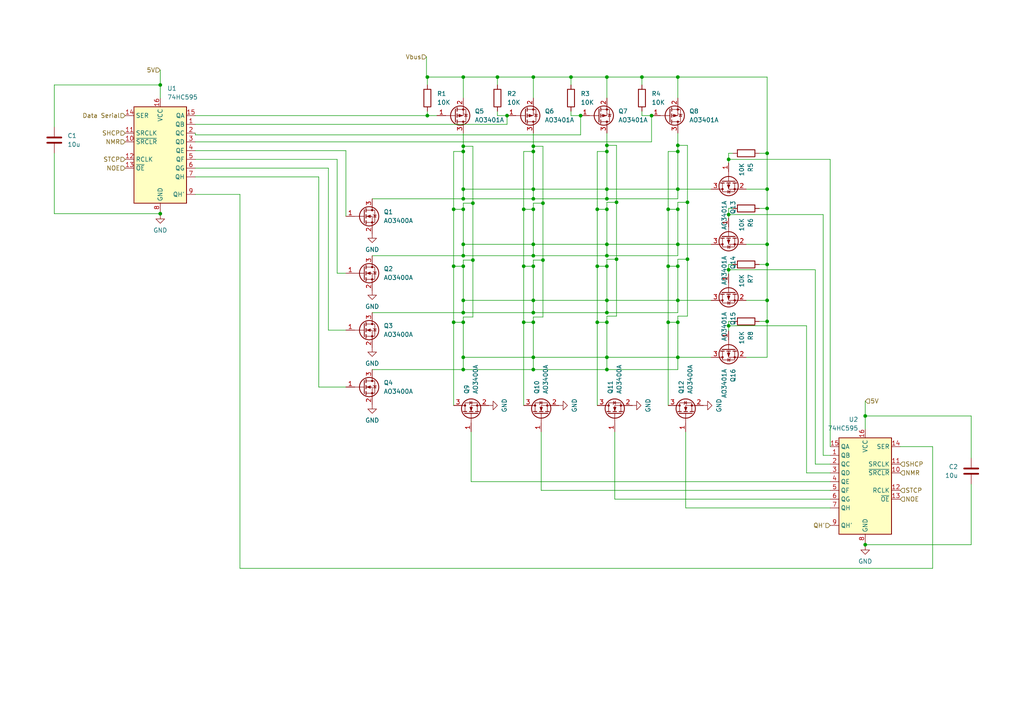
<source format=kicad_sch>
(kicad_sch (version 20211123) (generator eeschema)
  (paper "A4")
  (lib_symbols
    (symbol "74xx:74HC595"
      (property "Reference" "U" (at -7.62 13.97 0))
      (property "Value" "74HC595" (at -7.62 -16.51 0))
      (symbol "74HC595_1_0"
        (pin tri_state line (at 10.16 7.62 180) (length 2.54) (name "QB") (number "1"))
        (pin input line (at -10.16 2.54 0) (length 2.54) (name "~{SRCLR}") (number "10"))
        (pin input line (at -10.16 5.08 0) (length 2.54) (name "SRCLK") (number "11"))
        (pin input line (at -10.16 -2.54 0) (length 2.54) (name "RCLK") (number "12"))
        (pin input line (at -10.16 -5.08 0) (length 2.54) (name "~{OE}") (number "13"))
        (pin input line (at -10.16 10.16 0) (length 2.54) (name "SER") (number "14"))
        (pin tri_state line (at 10.16 10.16 180) (length 2.54) (name "QA") (number "15"))
        (pin power_in line (at 0 15.24 270) (length 2.54) (name "VCC") (number "16"))
        (pin tri_state line (at 10.16 5.08 180) (length 2.54) (name "QC") (number "2"))
        (pin tri_state line (at 10.16 2.54 180) (length 2.54) (name "QD") (number "3"))
        (pin tri_state line (at 10.16 0 180) (length 2.54) (name "QE") (number "4"))
        (pin tri_state line (at 10.16 -2.54 180) (length 2.54) (name "QF") (number "5"))
        (pin tri_state line (at 10.16 -5.08 180) (length 2.54) (name "QG") (number "6"))
        (pin tri_state line (at 10.16 -7.62 180) (length 2.54) (name "QH") (number "7"))
        (pin power_in line (at 0 -17.78 90) (length 2.54) (name "GND") (number "8"))
        (pin output line (at 10.16 -12.7 180) (length 2.54) (name "QH'") (number "9"))
      )
      (symbol "74HC595_1_1"
        (rectangle (start -7.62 12.7) (end 7.62 -15.24) (stroke (width 0.254)) (fill (type background)))
      )
    )
    (symbol "Device:C" (pin_numbers hide) (pin_names (offset 0.254))
      (property "Reference" "C" (at 0.635 2.54 0))
      (property "Value" "C" (at 0.635 -2.54 0))
      (symbol "C_0_1"
        (polyline (pts (xy -2.032 -0.762) (xy 2.032 -0.762)) (stroke (width 0.508)))
        (polyline (pts (xy -2.032 0.762) (xy 2.032 0.762)) (stroke (width 0.508)))
      )
      (symbol "C_1_1"
        (pin passive line (at 0 3.81 270) (length 2.794) (name "~") (number "1"))
        (pin passive line (at 0 -3.81 90) (length 2.794) (name "~") (number "2"))
      )
    )
    (symbol "Device:R" (pin_numbers hide) (pin_names (offset 0))
      (property "Reference" "R" (at 2.032 0 90))
      (property "Value" "R" (at 0 0 90))
      (symbol "R_0_1"
        (rectangle (start -1.016 -2.54) (end 1.016 2.54) (stroke (width 0.254)))
      )
      (symbol "R_1_1"
        (pin passive line (at 0 3.81 270) (length 1.27) (name "~") (number "1"))
        (pin passive line (at 0 -3.81 90) (length 1.27) (name "~") (number "2"))
      )
    )
    (symbol "Transistor_FET:AO3400A" (pin_names hide)
      (property "Reference" "Q" (at 5.08 1.905 0))
      (property "Value" "AO3400A" (at 5.08 0 0))
      (symbol "AO3400A_0_1"
        (polyline (pts (xy 0.254 0) (xy -2.54 0)))
        (polyline (pts (xy 0.254 1.905) (xy 0.254 -1.905)) (stroke (width 0.254)))
        (polyline (pts (xy 0.762 -1.27) (xy 0.762 -2.286)) (stroke (width 0.254)))
        (polyline (pts (xy 0.762 0.508) (xy 0.762 -0.508)) (stroke (width 0.254)))
        (polyline (pts (xy 0.762 2.286) (xy 0.762 1.27)) (stroke (width 0.254)))
        (polyline (pts (xy 2.54 2.54) (xy 2.54 1.778)))
        (polyline (pts (xy 2.54 -2.54) (xy 2.54 0) (xy 0.762 0)))
        (polyline (pts (xy 0.762 -1.778) (xy 3.302 -1.778) (xy 3.302 1.778) (xy 0.762 1.778)))
        (polyline (pts (xy 1.016 0) (xy 2.032 0.381) (xy 2.032 -0.381) (xy 1.016 0)) (fill (type outline)))
        (polyline (pts (xy 2.794 0.508) (xy 2.921 0.381) (xy 3.683 0.381) (xy 3.81 0.254)))
        (polyline (pts (xy 3.302 0.381) (xy 2.921 -0.254) (xy 3.683 -0.254) (xy 3.302 0.381)))
        (circle (center 1.651 0) (radius 2.794) (stroke (width 0.254)))
        (circle (center 2.54 -1.778) (radius 0.254) (fill (type outline)))
        (circle (center 2.54 1.778) (radius 0.254) (fill (type outline)))
      )
      (symbol "AO3400A_1_1"
        (pin input line (at -5.08 0 0) (length 2.54) (name "G") (number "1"))
        (pin passive line (at 2.54 -5.08 90) (length 2.54) (name "S") (number "2"))
        (pin passive line (at 2.54 5.08 270) (length 2.54) (name "D") (number "3"))
      )
    )
    (symbol "Transistor_FET:AO3401A" (pin_names hide)
      (property "Reference" "Q" (at 5.08 1.905 0))
      (property "Value" "AO3401A" (at 5.08 0 0))
      (symbol "AO3401A_0_1"
        (polyline (pts (xy 0.254 0) (xy -2.54 0)))
        (polyline (pts (xy 0.254 1.905) (xy 0.254 -1.905)) (stroke (width 0.254)))
        (polyline (pts (xy 0.762 -1.27) (xy 0.762 -2.286)) (stroke (width 0.254)))
        (polyline (pts (xy 0.762 0.508) (xy 0.762 -0.508)) (stroke (width 0.254)))
        (polyline (pts (xy 0.762 2.286) (xy 0.762 1.27)) (stroke (width 0.254)))
        (polyline (pts (xy 2.54 2.54) (xy 2.54 1.778)))
        (polyline (pts (xy 2.54 -2.54) (xy 2.54 0) (xy 0.762 0)))
        (polyline (pts (xy 0.762 1.778) (xy 3.302 1.778) (xy 3.302 -1.778) (xy 0.762 -1.778)))
        (polyline (pts (xy 2.286 0) (xy 1.27 0.381) (xy 1.27 -0.381) (xy 2.286 0)) (fill (type outline)))
        (polyline (pts (xy 2.794 -0.508) (xy 2.921 -0.381) (xy 3.683 -0.381) (xy 3.81 -0.254)))
        (polyline (pts (xy 3.302 -0.381) (xy 2.921 0.254) (xy 3.683 0.254) (xy 3.302 -0.381)))
        (circle (center 1.651 0) (radius 2.794) (stroke (width 0.254)))
        (circle (center 2.54 -1.778) (radius 0.254) (fill (type outline)))
        (circle (center 2.54 1.778) (radius 0.254) (fill (type outline)))
      )
      (symbol "AO3401A_1_1"
        (pin input line (at -5.08 0 0) (length 2.54) (name "G") (number "1"))
        (pin passive line (at 2.54 -5.08 90) (length 2.54) (name "S") (number "2"))
        (pin passive line (at 2.54 5.08 270) (length 2.54) (name "D") (number "3"))
      )
    )
    (symbol "power:GND" (power) (pin_names (offset 0))
      (property "Value" "GND" (at 0 -3.81 0))
      (symbol "GND_0_1"
        (polyline (pts (xy 0 0) (xy 0 -1.27) (xy 1.27 -1.27) (xy 0 -2.54) (xy -1.27 -1.27) (xy 0 -1.27)))
      )
      (symbol "GND_1_1"
        (pin power_in line (at 0 0 270) (length 0) hide (name "GND") (number "1"))
      )
    )
  )
  (junction (at 154.686 90.678))
  (junction (at 211.328 62.23))
  (junction (at 196.596 87.122))
  (junction (at 211.328 46.228))
  (junction (at 131.572 93.472))
  (junction (at 123.952 33.528))
  (junction (at 186.182 22.352))
  (junction (at 154.686 77.216))
  (junction (at 176.022 22.352))
  (junction (at 154.686 70.866))
  (junction (at 196.596 43.942))
  (junction (at 134.366 42.418))
  (junction (at 144.272 22.352))
  (junction (at 134.366 57.658))
  (junction (at 176.022 77.216))
  (junction (at 154.686 74.168))
  (junction (at 134.366 93.472))
  (junction (at 176.022 60.706))
  (junction (at 250.952 157.988))
  (junction (at 176.022 90.678))
  (junction (at 151.892 77.216))
  (junction (at 154.686 43.942))
  (junction (at 131.572 77.216))
  (junction (at 222.504 87.122))
  (junction (at 134.366 107.188))
  (junction (at 178.816 75.184))
  (junction (at 211.328 94.488))
  (junction (at 134.366 54.864))
  (junction (at 222.504 76.708))
  (junction (at 196.596 103.632))
  (junction (at 131.572 60.706))
  (junction (at 222.504 44.45))
  (junction (at 176.022 107.188))
  (junction (at 154.686 60.706))
  (junction (at 176.022 42.164))
  (junction (at 193.802 60.706))
  (junction (at 188.976 33.528))
  (junction (at 134.366 43.942))
  (junction (at 173.228 77.216))
  (junction (at 193.802 93.472))
  (junction (at 176.022 70.866))
  (junction (at 176.022 87.122))
  (junction (at 176.022 54.864))
  (junction (at 250.952 120.65))
  (junction (at 173.228 60.706))
  (junction (at 176.022 57.658))
  (junction (at 222.504 70.866))
  (junction (at 137.16 75.438))
  (junction (at 134.366 87.122))
  (junction (at 154.686 42.418))
  (junction (at 46.482 61.976))
  (junction (at 168.402 33.528))
  (junction (at 151.892 93.472))
  (junction (at 134.366 103.632))
  (junction (at 157.48 58.928))
  (junction (at 222.504 54.864))
  (junction (at 173.228 93.472))
  (junction (at 154.686 87.122))
  (junction (at 154.686 22.352))
  (junction (at 123.952 22.352))
  (junction (at 196.596 42.164))
  (junction (at 157.48 75.438))
  (junction (at 199.39 75.184))
  (junction (at 134.366 77.216))
  (junction (at 196.596 22.352))
  (junction (at 176.022 43.942))
  (junction (at 154.686 54.864))
  (junction (at 178.816 58.674))
  (junction (at 134.366 90.678))
  (junction (at 151.892 60.706))
  (junction (at 196.596 54.864))
  (junction (at 46.482 24.638))
  (junction (at 165.608 22.352))
  (junction (at 154.686 57.658))
  (junction (at 134.366 74.168))
  (junction (at 222.504 93.218))
  (junction (at 134.366 22.352))
  (junction (at 137.16 58.928))
  (junction (at 154.686 103.632))
  (junction (at 154.686 93.472))
  (junction (at 222.504 60.452))
  (junction (at 176.022 103.632))
  (junction (at 196.596 93.472))
  (junction (at 211.328 78.232))
  (junction (at 154.686 107.188))
  (junction (at 147.066 33.528))
  (junction (at 196.596 60.706))
  (junction (at 134.366 60.706))
  (junction (at 193.802 77.216))
  (junction (at 196.596 70.866))
  (junction (at 196.596 77.216))
  (junction (at 199.39 58.674))
  (junction (at 176.022 93.472))
  (junction (at 176.022 74.168))
  (junction (at 134.366 70.866))
  (wire (pts (xy 196.596 43.942) (xy 196.596 54.864)))
  (wire (pts (xy 211.328 76.708) (xy 211.328 78.232)))
  (wire (pts (xy 196.596 91.694) (xy 196.596 93.472)))
  (wire (pts (xy 15.748 36.83) (xy 15.748 24.638)))
  (wire (pts (xy 186.182 32.258) (xy 186.182 33.528)))
  (wire (pts (xy 178.816 75.184) (xy 178.816 58.674)))
  (wire (pts (xy 186.182 33.528) (xy 188.976 33.528)))
  (wire (pts (xy 56.642 39.116) (xy 56.642 38.608)))
  (wire (pts (xy 154.686 70.866) (xy 154.686 74.168)))
  (wire (pts (xy 222.504 87.122) (xy 222.504 93.218)))
  (wire (pts (xy 222.504 44.45) (xy 220.218 44.45)))
  (wire (pts (xy 222.504 44.45) (xy 222.504 54.864)))
  (wire (pts (xy 56.642 43.688) (xy 100.33 43.688)))
  (wire (pts (xy 134.366 75.438) (xy 134.366 77.216)))
  (wire (pts (xy 199.39 91.694) (xy 196.596 91.694)))
  (wire (pts (xy 134.366 22.352) (xy 134.366 28.448)))
  (wire (pts (xy 107.95 57.658) (xy 134.366 57.658)))
  (wire (pts (xy 46.482 20.32) (xy 46.482 24.638)))
  (wire (pts (xy 240.792 46.228) (xy 240.792 129.54)))
  (wire (pts (xy 193.802 117.602) (xy 193.802 93.472)))
  (wire (pts (xy 137.16 75.438) (xy 134.366 75.438)))
  (wire (pts (xy 250.952 120.65) (xy 250.952 124.46)))
  (wire (pts (xy 193.802 93.472) (xy 196.596 93.472)))
  (wire (pts (xy 134.366 77.216) (xy 134.366 87.122)))
  (wire (pts (xy 222.504 76.708) (xy 222.504 87.122)))
  (wire (pts (xy 196.596 70.866) (xy 206.248 70.866)))
  (wire (pts (xy 211.328 44.45) (xy 211.328 46.228)))
  (wire (pts (xy 240.792 132.08) (xy 238.76 132.08)))
  (wire (pts (xy 196.596 42.164) (xy 196.596 43.942)))
  (wire (pts (xy 176.022 42.164) (xy 176.022 43.942)))
  (wire (pts (xy 176.022 93.472) (xy 176.022 103.632)))
  (wire (pts (xy 211.328 46.228) (xy 240.792 46.228)))
  (wire (pts (xy 123.952 22.352) (xy 134.366 22.352)))
  (wire (pts (xy 165.608 22.352) (xy 165.608 24.638)))
  (wire (pts (xy 157.48 91.948) (xy 157.48 75.438)))
  (wire (pts (xy 240.792 139.7) (xy 136.652 139.7)))
  (wire (pts (xy 178.816 42.164) (xy 176.022 42.164)))
  (wire (pts (xy 240.792 134.62) (xy 236.474 134.62)))
  (wire (pts (xy 144.272 22.352) (xy 154.686 22.352)))
  (wire (pts (xy 154.686 87.122) (xy 176.022 87.122)))
  (wire (pts (xy 123.698 22.352) (xy 123.952 22.352)))
  (wire (pts (xy 156.972 125.222) (xy 156.972 142.24)))
  (wire (pts (xy 211.328 94.488) (xy 211.328 96.012)))
  (wire (pts (xy 123.952 33.528) (xy 126.746 33.528)))
  (wire (pts (xy 193.802 77.216) (xy 196.596 77.216)))
  (wire (pts (xy 199.39 75.184) (xy 199.39 58.674)))
  (wire (pts (xy 211.328 46.228) (xy 211.328 47.244)))
  (wire (pts (xy 107.95 107.188) (xy 134.366 107.188)))
  (wire (pts (xy 56.642 51.308) (xy 92.456 51.308)))
  (wire (pts (xy 134.366 22.352) (xy 144.272 22.352)))
  (wire (pts (xy 176.022 107.188) (xy 196.596 107.188)))
  (wire (pts (xy 56.642 36.068) (xy 147.066 36.068)))
  (wire (pts (xy 222.504 70.866) (xy 216.408 70.866)))
  (wire (pts (xy 123.952 32.258) (xy 123.952 33.528)))
  (wire (pts (xy 233.934 94.488) (xy 211.328 94.488)))
  (wire (pts (xy 173.228 93.472) (xy 173.228 77.216)))
  (wire (pts (xy 56.642 33.528) (xy 123.952 33.528)))
  (wire (pts (xy 123.698 16.51) (xy 123.698 22.352)))
  (wire (pts (xy 137.16 91.948) (xy 137.16 75.438)))
  (wire (pts (xy 212.598 60.452) (xy 211.328 60.452)))
  (wire (pts (xy 154.686 74.168) (xy 176.022 74.168)))
  (wire (pts (xy 222.504 76.708) (xy 220.218 76.708)))
  (wire (pts (xy 56.642 56.388) (xy 69.596 56.388)))
  (wire (pts (xy 69.596 56.388) (xy 69.596 164.846)))
  (wire (pts (xy 134.366 70.866) (xy 154.686 70.866)))
  (wire (pts (xy 173.228 77.216) (xy 176.022 77.216)))
  (wire (pts (xy 211.328 78.232) (xy 211.328 79.502)))
  (wire (pts (xy 198.882 147.32) (xy 198.882 125.222)))
  (wire (pts (xy 173.228 117.602) (xy 173.228 93.472)))
  (wire (pts (xy 233.934 137.16) (xy 233.934 94.488)))
  (wire (pts (xy 199.39 58.674) (xy 196.596 58.674)))
  (wire (pts (xy 211.328 93.218) (xy 211.328 94.488)))
  (wire (pts (xy 154.686 87.122) (xy 154.686 90.678)))
  (wire (pts (xy 134.366 70.866) (xy 134.366 74.168)))
  (wire (pts (xy 196.596 54.864) (xy 206.248 54.864)))
  (wire (pts (xy 193.802 43.942) (xy 196.596 43.942)))
  (wire (pts (xy 151.892 60.706) (xy 151.892 43.942)))
  (wire (pts (xy 56.642 39.116) (xy 168.402 39.116)))
  (wire (pts (xy 157.48 58.928) (xy 154.686 58.928)))
  (wire (pts (xy 123.952 22.352) (xy 123.952 24.638)))
  (wire (pts (xy 134.366 57.658) (xy 154.686 57.658)))
  (wire (pts (xy 134.366 91.948) (xy 134.366 93.472)))
  (wire (pts (xy 199.39 91.694) (xy 199.39 75.184)))
  (wire (pts (xy 196.596 70.866) (xy 196.596 74.168)))
  (wire (pts (xy 134.366 38.608) (xy 134.366 42.418)))
  (wire (pts (xy 176.022 58.674) (xy 176.022 60.706)))
  (wire (pts (xy 222.504 93.218) (xy 222.504 103.632)))
  (wire (pts (xy 154.686 22.352) (xy 165.608 22.352)))
  (wire (pts (xy 281.686 140.462) (xy 281.686 157.988)))
  (wire (pts (xy 154.686 91.948) (xy 154.686 93.472)))
  (wire (pts (xy 178.816 75.184) (xy 176.022 75.184)))
  (wire (pts (xy 193.802 60.706) (xy 193.802 43.942)))
  (wire (pts (xy 134.366 43.942) (xy 134.366 54.864)))
  (wire (pts (xy 134.366 107.188) (xy 154.686 107.188)))
  (wire (pts (xy 134.366 54.864) (xy 134.366 57.658)))
  (wire (pts (xy 154.686 103.632) (xy 176.022 103.632)))
  (wire (pts (xy 193.802 60.706) (xy 196.596 60.706)))
  (wire (pts (xy 212.598 93.218) (xy 211.328 93.218)))
  (wire (pts (xy 188.976 41.148) (xy 56.642 41.148)))
  (wire (pts (xy 157.48 58.928) (xy 157.48 42.418)))
  (wire (pts (xy 131.572 77.216) (xy 131.572 60.706)))
  (wire (pts (xy 250.952 157.988) (xy 250.952 158.242)))
  (wire (pts (xy 211.328 60.452) (xy 211.328 62.23)))
  (wire (pts (xy 151.892 77.216) (xy 151.892 60.706)))
  (wire (pts (xy 188.976 33.528) (xy 188.976 41.148)))
  (wire (pts (xy 212.598 44.45) (xy 211.328 44.45)))
  (wire (pts (xy 134.366 74.168) (xy 154.686 74.168)))
  (wire (pts (xy 222.504 103.632) (xy 216.408 103.632)))
  (wire (pts (xy 222.504 60.452) (xy 220.218 60.452)))
  (wire (pts (xy 196.596 22.352) (xy 222.504 22.352)))
  (wire (pts (xy 176.022 54.864) (xy 176.022 57.658)))
  (wire (pts (xy 46.482 24.638) (xy 46.482 28.448)))
  (wire (pts (xy 178.816 91.694) (xy 178.816 75.184)))
  (wire (pts (xy 151.892 93.472) (xy 151.892 77.216)))
  (wire (pts (xy 176.022 70.866) (xy 196.596 70.866)))
  (wire (pts (xy 176.022 54.864) (xy 196.596 54.864)))
  (wire (pts (xy 151.892 60.706) (xy 154.686 60.706)))
  (wire (pts (xy 131.572 93.472) (xy 131.572 77.216)))
  (wire (pts (xy 176.022 74.168) (xy 196.596 74.168)))
  (wire (pts (xy 92.456 112.268) (xy 100.33 112.268)))
  (wire (pts (xy 134.366 42.418) (xy 134.366 43.942)))
  (wire (pts (xy 56.642 46.228) (xy 97.79 46.228)))
  (wire (pts (xy 196.596 54.864) (xy 196.596 57.658)))
  (wire (pts (xy 199.39 75.184) (xy 196.596 75.184)))
  (wire (pts (xy 107.95 90.678) (xy 134.366 90.678)))
  (wire (pts (xy 240.792 137.16) (xy 233.934 137.16)))
  (wire (pts (xy 240.792 142.24) (xy 156.972 142.24)))
  (wire (pts (xy 193.802 77.216) (xy 193.802 60.706)))
  (wire (pts (xy 236.474 78.232) (xy 211.328 78.232)))
  (wire (pts (xy 151.892 117.602) (xy 151.892 93.472)))
  (wire (pts (xy 176.022 77.216) (xy 176.022 87.122)))
  (wire (pts (xy 222.504 60.452) (xy 222.504 70.866)))
  (wire (pts (xy 196.596 87.122) (xy 196.596 90.678)))
  (wire (pts (xy 173.228 43.942) (xy 176.022 43.942)))
  (wire (pts (xy 134.366 54.864) (xy 154.686 54.864)))
  (wire (pts (xy 176.022 60.706) (xy 176.022 70.866)))
  (wire (pts (xy 157.48 91.948) (xy 154.686 91.948)))
  (wire (pts (xy 186.182 22.352) (xy 196.596 22.352)))
  (wire (pts (xy 154.686 90.678) (xy 176.022 90.678)))
  (wire (pts (xy 137.16 58.928) (xy 137.16 42.418)))
  (wire (pts (xy 222.504 87.122) (xy 216.408 87.122)))
  (wire (pts (xy 151.892 43.942) (xy 154.686 43.942)))
  (wire (pts (xy 154.686 42.418) (xy 154.686 43.942)))
  (wire (pts (xy 97.79 46.228) (xy 97.79 79.248)))
  (wire (pts (xy 196.596 93.472) (xy 196.596 103.632)))
  (wire (pts (xy 154.686 75.438) (xy 154.686 77.216)))
  (wire (pts (xy 173.228 77.216) (xy 173.228 60.706)))
  (wire (pts (xy 131.572 77.216) (xy 134.366 77.216)))
  (wire (pts (xy 176.022 87.122) (xy 176.022 90.678)))
  (wire (pts (xy 173.228 60.706) (xy 176.022 60.706)))
  (wire (pts (xy 154.686 22.352) (xy 154.686 28.448)))
  (wire (pts (xy 196.596 22.352) (xy 196.596 28.448)))
  (wire (pts (xy 196.596 75.184) (xy 196.596 77.216)))
  (wire (pts (xy 196.596 103.632) (xy 206.248 103.632)))
  (wire (pts (xy 173.228 93.472) (xy 176.022 93.472)))
  (wire (pts (xy 281.686 157.988) (xy 250.952 157.988)))
  (wire (pts (xy 196.596 77.216) (xy 196.596 87.122)))
  (wire (pts (xy 131.572 43.942) (xy 134.366 43.942)))
  (wire (pts (xy 154.686 58.928) (xy 154.686 60.706)))
  (wire (pts (xy 165.608 32.258) (xy 165.608 33.528)))
  (wire (pts (xy 165.608 33.528) (xy 168.402 33.528)))
  (wire (pts (xy 144.272 33.528) (xy 147.066 33.528)))
  (wire (pts (xy 46.482 61.976) (xy 46.482 62.23)))
  (wire (pts (xy 100.33 95.758) (xy 95.25 95.758)))
  (wire (pts (xy 154.686 54.864) (xy 176.022 54.864)))
  (wire (pts (xy 173.228 60.706) (xy 173.228 43.942)))
  (wire (pts (xy 136.652 139.7) (xy 136.652 125.222)))
  (wire (pts (xy 196.596 87.122) (xy 206.248 87.122)))
  (wire (pts (xy 165.608 22.352) (xy 176.022 22.352)))
  (wire (pts (xy 154.686 60.706) (xy 154.686 70.866)))
  (wire (pts (xy 137.16 91.948) (xy 134.366 91.948)))
  (wire (pts (xy 222.504 93.218) (xy 220.218 93.218)))
  (wire (pts (xy 176.022 57.658) (xy 196.596 57.658)))
  (wire (pts (xy 131.572 60.706) (xy 131.572 43.942)))
  (wire (pts (xy 222.504 22.352) (xy 222.504 44.45)))
  (wire (pts (xy 168.402 33.528) (xy 168.402 39.116)))
  (wire (pts (xy 134.366 87.122) (xy 154.686 87.122)))
  (wire (pts (xy 92.456 51.308) (xy 92.456 112.268)))
  (wire (pts (xy 144.272 32.258) (xy 144.272 33.528)))
  (wire (pts (xy 95.25 95.758) (xy 95.25 48.768)))
  (wire (pts (xy 176.022 103.632) (xy 176.022 107.188)))
  (wire (pts (xy 154.686 103.632) (xy 154.686 107.188)))
  (wire (pts (xy 176.022 75.184) (xy 176.022 77.216)))
  (wire (pts (xy 186.182 22.352) (xy 186.182 24.638)))
  (wire (pts (xy 147.066 36.068) (xy 147.066 33.528)))
  (wire (pts (xy 151.892 77.216) (xy 154.686 77.216)))
  (wire (pts (xy 240.792 147.32) (xy 198.882 147.32)))
  (wire (pts (xy 178.308 144.78) (xy 178.308 125.222)))
  (wire (pts (xy 193.802 93.472) (xy 193.802 77.216)))
  (wire (pts (xy 151.892 93.472) (xy 154.686 93.472)))
  (wire (pts (xy 196.596 58.674) (xy 196.596 60.706)))
  (wire (pts (xy 176.022 38.608) (xy 176.022 42.164)))
  (wire (pts (xy 196.596 60.706) (xy 196.596 70.866)))
  (wire (pts (xy 238.76 132.08) (xy 238.76 62.23)))
  (wire (pts (xy 250.952 157.48) (xy 250.952 157.988)))
  (wire (pts (xy 134.366 87.122) (xy 134.366 90.678)))
  (wire (pts (xy 261.112 129.54) (xy 270.51 129.54)))
  (wire (pts (xy 154.686 57.658) (xy 176.022 57.658)))
  (wire (pts (xy 176.022 22.352) (xy 176.022 28.448)))
  (wire (pts (xy 222.504 70.866) (xy 222.504 76.708)))
  (wire (pts (xy 178.816 58.674) (xy 178.816 42.164)))
  (wire (pts (xy 176.022 70.866) (xy 176.022 74.168)))
  (wire (pts (xy 281.686 120.65) (xy 250.952 120.65)))
  (wire (pts (xy 176.022 43.942) (xy 176.022 54.864)))
  (wire (pts (xy 15.748 24.638) (xy 46.482 24.638)))
  (wire (pts (xy 157.48 75.438) (xy 157.48 58.928)))
  (wire (pts (xy 222.504 54.864) (xy 222.504 60.452)))
  (wire (pts (xy 134.366 93.472) (xy 134.366 103.632)))
  (wire (pts (xy 212.598 76.708) (xy 211.328 76.708)))
  (wire (pts (xy 134.366 58.928) (xy 134.366 60.706)))
  (wire (pts (xy 176.022 22.352) (xy 186.182 22.352)))
  (wire (pts (xy 196.596 103.632) (xy 196.596 107.188)))
  (wire (pts (xy 154.686 43.942) (xy 154.686 54.864)))
  (wire (pts (xy 107.95 74.168) (xy 134.366 74.168)))
  (wire (pts (xy 154.686 38.608) (xy 154.686 42.418)))
  (wire (pts (xy 281.686 132.842) (xy 281.686 120.65)))
  (wire (pts (xy 137.16 58.928) (xy 134.366 58.928)))
  (wire (pts (xy 134.366 60.706) (xy 134.366 70.866)))
  (wire (pts (xy 154.686 77.216) (xy 154.686 87.122)))
  (wire (pts (xy 176.022 103.632) (xy 196.596 103.632)))
  (wire (pts (xy 178.816 91.694) (xy 176.022 91.694)))
  (wire (pts (xy 69.596 164.846) (xy 270.51 164.846)))
  (wire (pts (xy 157.48 75.438) (xy 154.686 75.438)))
  (wire (pts (xy 131.572 60.706) (xy 134.366 60.706)))
  (wire (pts (xy 154.686 107.188) (xy 176.022 107.188)))
  (wire (pts (xy 176.022 91.694) (xy 176.022 93.472)))
  (wire (pts (xy 270.51 129.54) (xy 270.51 164.846)))
  (wire (pts (xy 46.482 61.468) (xy 46.482 61.976)))
  (wire (pts (xy 95.25 48.768) (xy 56.642 48.768)))
  (wire (pts (xy 154.686 54.864) (xy 154.686 57.658)))
  (wire (pts (xy 222.504 54.864) (xy 216.408 54.864)))
  (wire (pts (xy 100.33 43.688) (xy 100.33 62.738)))
  (wire (pts (xy 131.572 117.602) (xy 131.572 93.472)))
  (wire (pts (xy 199.39 58.674) (xy 199.39 42.164)))
  (wire (pts (xy 134.366 90.678) (xy 154.686 90.678)))
  (wire (pts (xy 240.792 144.78) (xy 178.308 144.78)))
  (wire (pts (xy 134.366 103.632) (xy 134.366 107.188)))
  (wire (pts (xy 250.952 116.332) (xy 250.952 120.65)))
  (wire (pts (xy 238.76 62.23) (xy 211.328 62.23)))
  (wire (pts (xy 97.79 79.248) (xy 100.33 79.248)))
  (wire (pts (xy 15.748 44.45) (xy 15.748 61.976)))
  (wire (pts (xy 196.596 38.608) (xy 196.596 42.164)))
  (wire (pts (xy 211.328 62.23) (xy 211.328 63.246)))
  (wire (pts (xy 134.366 103.632) (xy 154.686 103.632)))
  (wire (pts (xy 137.16 75.438) (xy 137.16 58.928)))
  (wire (pts (xy 199.39 42.164) (xy 196.596 42.164)))
  (wire (pts (xy 176.022 90.678) (xy 196.596 90.678)))
  (wire (pts (xy 154.686 93.472) (xy 154.686 103.632)))
  (wire (pts (xy 15.748 61.976) (xy 46.482 61.976)))
  (wire (pts (xy 144.272 22.352) (xy 144.272 24.638)))
  (wire (pts (xy 154.686 70.866) (xy 176.022 70.866)))
  (wire (pts (xy 176.022 87.122) (xy 196.596 87.122)))
  (wire (pts (xy 157.48 42.418) (xy 154.686 42.418)))
  (wire (pts (xy 137.16 42.418) (xy 134.366 42.418)))
  (wire (pts (xy 236.474 134.62) (xy 236.474 78.232)))
  (wire (pts (xy 178.816 58.674) (xy 176.022 58.674)))
  (wire (pts (xy 131.572 93.472) (xy 134.366 93.472)))
  (hierarchical_label "SHCP" (shape input) (at 36.322 38.608 180))
  (hierarchical_label "SHCP" (shape input) (at 261.112 134.62 0))
  (hierarchical_label "QH'" (shape input) (at 240.792 152.4 180))
  (hierarchical_label "5V" (shape input) (at 46.482 20.32 180))
  (hierarchical_label "5V" (shape input) (at 250.952 116.332 0))
  (hierarchical_label "NMR" (shape input) (at 261.112 137.16 0))
  (hierarchical_label "NOE" (shape input) (at 261.112 144.78 0))
  (hierarchical_label "STCP" (shape input) (at 261.112 142.24 0))
  (hierarchical_label "Data Serial" (shape input) (at 36.322 33.528 180))
  (hierarchical_label "NOE" (shape input) (at 36.322 48.768 180))
  (hierarchical_label "STCP" (shape input) (at 36.322 46.228 180))
  (hierarchical_label "NMR" (shape input) (at 36.322 41.148 180))
  (hierarchical_label "Vbus" (shape input) (at 123.698 16.51 180))
  (symbol (lib_id "Transistor_FET:AO3401A") (at 211.328 68.326 90) (mirror x) (unit 1)
    (property "Reference" "Q14" (at 212.5981 74.168 0) (effects (justify left)))
    (property "Value" "AO3401A" (at 210.0581 74.168 0) (effects (justify left)))
    (property "Footprint" "Package_TO_SOT_SMD:SOT-23" (effects hide))
    (property "Datasheet" "http://www.aosmd.com/pdfs/datasheet/AO3401A.pdf" (effects hide))
    (property "JLC Part Number" "C15127" (effects hide))
  )
  (symbol (lib_id "Transistor_FET:AO3401A") (at 211.328 101.092 90) (mirror x) (unit 1)
    (property "Reference" "Q16" (at 212.5981 106.934 0) (effects (justify left)))
    (property "Value" "AO3401A" (at 210.0581 106.934 0) (effects (justify left)))
    (property "Footprint" "Package_TO_SOT_SMD:SOT-23" (effects hide))
    (property "Datasheet" "http://www.aosmd.com/pdfs/datasheet/AO3401A.pdf" (effects hide))
    (property "JLC Part Number" "C15127" (effects hide))
  )
  (symbol (lib_id "power:GND") (at 162.052 117.602 90) (unit 1)
    (property "Reference" "#PWR010" (effects hide))
    (property "Value" "GND" (at 166.624 117.602 0))
  )
  (symbol (lib_id "power:GND") (at 141.732 117.602 90) (unit 1)
    (property "Reference" "#PWR09" (effects hide))
    (property "Value" "GND" (at 146.304 117.602 0))
  )
  (symbol (lib_id "Transistor_FET:AO3401A") (at 211.328 52.324 90) (mirror x) (unit 1)
    (property "Reference" "Q13" (at 212.5981 58.166 0) (effects (justify left)))
    (property "Value" "AO3401A" (at 210.0581 58.166 0) (effects (justify left)))
    (property "Footprint" "Package_TO_SOT_SMD:SOT-23" (effects hide))
    (property "Datasheet" "http://www.aosmd.com/pdfs/datasheet/AO3401A.pdf" (effects hide))
    (property "JLC Part Number" "C15127" (effects hide))
  )
  (symbol (lib_id "Device:R") (at 123.952 28.448 0) (unit 1)
    (property "Reference" "R1" (at 126.746 27.1779 0) (effects (justify left)))
    (property "Value" "10K" (at 126.746 29.7179 0) (effects (justify left)))
    (property "Footprint" "Resistor_SMD:R_0603_1608Metric" (effects hide))
    (property "JLC Part Number" "C25804" (effects hide))
  )
  (symbol (lib_id "Transistor_FET:AO3401A") (at 152.146 33.528 0) (mirror x) (unit 1)
    (property "Reference" "Q6" (at 157.988 32.2579 0) (effects (justify left)))
    (property "Value" "AO3401A" (at 157.988 34.7979 0) (effects (justify left)))
    (property "Footprint" "Package_TO_SOT_SMD:SOT-23" (effects hide))
    (property "Datasheet" "http://www.aosmd.com/pdfs/datasheet/AO3401A.pdf" (effects hide))
    (property "JLC Part Number" "C15127" (effects hide))
  )
  (symbol (lib_id "74xx:74HC595") (at 250.952 139.7 0) (mirror y) (unit 1)
    (property "Reference" "U2" (at 248.9326 121.666 0) (effects (justify left)))
    (property "Value" "74HC595" (at 248.9326 124.206 0) (effects (justify left)))
    (property "Footprint" "74HC595:SO16" (effects hide))
    (property "Datasheet" "https://datasheet.lcsc.com/lcsc/1811021715_Nexperia-74HC595D-118_C5947.pdf" (effects hide))
    (property "JLC Part Number" "C5947" (effects hide))
  )
  (symbol (lib_id "Device:R") (at 186.182 28.448 0) (unit 1)
    (property "Reference" "R4" (at 188.976 27.1779 0) (effects (justify left)))
    (property "Value" "10K" (at 188.976 29.7179 0) (effects (justify left)))
    (property "Footprint" "Resistor_SMD:R_0603_1608Metric" (effects hide))
    (property "JLC Part Number" "C25804" (effects hide))
  )
  (symbol (lib_id "Transistor_FET:AO3400A") (at 156.972 120.142 90) (unit 1)
    (property "Reference" "Q10" (at 155.7019 114.3 0) (effects (justify left)))
    (property "Value" "AO3400A" (at 158.2419 114.3 0) (effects (justify left)))
    (property "Footprint" "Package_TO_SOT_SMD:SOT-23" (effects hide))
    (property "Datasheet" "http://www.aosmd.com/pdfs/datasheet/AO3400A.pdf" (effects hide))
    (property "JLC Part Number" "C20917" (effects hide))
  )
  (symbol (lib_id "Device:C") (at 281.686 136.652 0) (mirror y) (unit 1)
    (property "Reference" "C2" (at 277.876 135.3819 0) (effects (justify left)))
    (property "Value" "10u" (at 277.876 137.9219 0) (effects (justify left)))
    (property "Footprint" "Capacitor_SMD:C_0805_2012Metric" (effects hide))
    (property "Datasheet" "https://datasheet.lcsc.com/lcsc/1811121310_Samsung-Electro-Mechanics-CL21A106KAYNNNE_C15850.pdf" (effects hide))
    (property "JLC Part Number" "C15850" (effects hide))
  )
  (symbol (lib_id "Transistor_FET:AO3400A") (at 105.41 95.758 0) (unit 1)
    (property "Reference" "Q3" (at 111.252 94.4879 0) (effects (justify left)))
    (property "Value" "AO3400A" (at 111.252 97.0279 0) (effects (justify left)))
    (property "Footprint" "Package_TO_SOT_SMD:SOT-23" (effects hide))
    (property "Datasheet" "http://www.aosmd.com/pdfs/datasheet/AO3400A.pdf" (effects hide))
    (property "JLC Part Number" "C20917" (effects hide))
  )
  (symbol (lib_id "power:GND") (at 107.95 84.328 0) (unit 1)
    (property "Reference" "#PWR06" (effects hide))
    (property "Value" "GND" (at 107.95 88.9 0))
  )
  (symbol (lib_id "Transistor_FET:AO3400A") (at 105.41 79.248 0) (unit 1)
    (property "Reference" "Q2" (at 111.252 77.9779 0) (effects (justify left)))
    (property "Value" "AO3400A" (at 111.252 80.5179 0) (effects (justify left)))
    (property "Footprint" "Package_TO_SOT_SMD:SOT-23" (effects hide))
    (property "Datasheet" "http://www.aosmd.com/pdfs/datasheet/AO3400A.pdf" (effects hide))
    (property "JLC Part Number" "C20917" (effects hide))
  )
  (symbol (lib_id "power:GND") (at 203.962 117.602 90) (unit 1)
    (property "Reference" "#PWR012" (effects hide))
    (property "Value" "GND" (at 208.534 117.602 0))
  )
  (symbol (lib_id "Device:R") (at 216.408 60.452 270) (unit 1)
    (property "Reference" "R6" (at 217.6781 63.246 0) (effects (justify left)))
    (property "Value" "10K" (at 215.1381 63.246 0) (effects (justify left)))
    (property "Footprint" "Resistor_SMD:R_0603_1608Metric" (effects hide))
    (property "JLC Part Number" "C25804" (effects hide))
  )
  (symbol (lib_id "power:GND") (at 250.952 158.242 0) (mirror y) (unit 1)
    (property "Reference" "#PWR013" (effects hide))
    (property "Value" "GND" (at 250.952 162.814 0))
  )
  (symbol (lib_id "74xx:74HC595") (at 46.482 43.688 0) (unit 1)
    (property "Reference" "U1" (at 48.5014 25.654 0) (effects (justify left)))
    (property "Value" "74HC595" (at 48.5014 28.194 0) (effects (justify left)))
    (property "Footprint" "74HC595:SO16" (effects hide))
    (property "Datasheet" "https://datasheet.lcsc.com/lcsc/1811021715_Nexperia-74HC595D-118_C5947.pdf" (effects hide))
    (property "JLC Part Number" "C5947" (effects hide))
  )
  (symbol (lib_id "power:GND") (at 107.95 117.348 0) (unit 1)
    (property "Reference" "#PWR08" (effects hide))
    (property "Value" "GND" (at 107.95 121.92 0))
  )
  (symbol (lib_id "Device:R") (at 216.408 76.708 270) (unit 1)
    (property "Reference" "R7" (at 217.6781 79.502 0) (effects (justify left)))
    (property "Value" "10K" (at 215.1381 79.502 0) (effects (justify left)))
    (property "Footprint" "Resistor_SMD:R_0603_1608Metric" (effects hide))
    (property "JLC Part Number" "C25804" (effects hide))
  )
  (symbol (lib_id "Transistor_FET:AO3400A") (at 105.41 62.738 0) (unit 1)
    (property "Reference" "Q1" (at 111.252 61.4679 0) (effects (justify left)))
    (property "Value" "AO3400A" (at 111.252 64.0079 0) (effects (justify left)))
    (property "Footprint" "Package_TO_SOT_SMD:SOT-23" (effects hide))
    (property "Datasheet" "http://www.aosmd.com/pdfs/datasheet/AO3400A.pdf" (effects hide))
    (property "JLC Part Number" "C20917" (effects hide))
  )
  (symbol (lib_id "Transistor_FET:AO3400A") (at 105.41 112.268 0) (unit 1)
    (property "Reference" "Q4" (at 111.252 110.9979 0) (effects (justify left)))
    (property "Value" "AO3400A" (at 111.252 113.5379 0) (effects (justify left)))
    (property "Footprint" "Package_TO_SOT_SMD:SOT-23" (effects hide))
    (property "Datasheet" "http://www.aosmd.com/pdfs/datasheet/AO3400A.pdf" (effects hide))
    (property "JLC Part Number" "C20917" (effects hide))
  )
  (symbol (lib_id "Device:R") (at 144.272 28.448 0) (unit 1)
    (property "Reference" "R2" (at 147.066 27.1779 0) (effects (justify left)))
    (property "Value" "10K" (at 147.066 29.7179 0) (effects (justify left)))
    (property "Footprint" "Resistor_SMD:R_0603_1608Metric" (effects hide))
    (property "JLC Part Number" "C25804" (effects hide))
  )
  (symbol (lib_id "Transistor_FET:AO3401A") (at 211.328 84.582 90) (mirror x) (unit 1)
    (property "Reference" "Q15" (at 212.5981 90.424 0) (effects (justify left)))
    (property "Value" "AO3401A" (at 210.0581 90.424 0) (effects (justify left)))
    (property "Footprint" "Package_TO_SOT_SMD:SOT-23" (effects hide))
    (property "Datasheet" "http://www.aosmd.com/pdfs/datasheet/AO3401A.pdf" (effects hide))
    (property "JLC Part Number" "C15127" (effects hide))
  )
  (symbol (lib_id "power:GND") (at 107.95 67.818 0) (unit 1)
    (property "Reference" "#PWR05" (effects hide))
    (property "Value" "GND" (at 107.95 72.39 0))
  )
  (symbol (lib_id "Device:R") (at 216.408 44.45 270) (unit 1)
    (property "Reference" "R5" (at 217.6781 47.244 0) (effects (justify left)))
    (property "Value" "10K" (at 215.1381 47.244 0) (effects (justify left)))
    (property "Footprint" "Resistor_SMD:R_0603_1608Metric" (effects hide))
    (property "JLC Part Number" "C25804" (effects hide))
  )
  (symbol (lib_id "Device:R") (at 165.608 28.448 0) (unit 1)
    (property "Reference" "R3" (at 168.402 27.1779 0) (effects (justify left)))
    (property "Value" "10K" (at 168.402 29.7179 0) (effects (justify left)))
    (property "Footprint" "Resistor_SMD:R_0603_1608Metric" (effects hide))
    (property "JLC Part Number" "C25804" (effects hide))
  )
  (symbol (lib_id "Device:R") (at 216.408 93.218 270) (unit 1)
    (property "Reference" "R8" (at 217.6781 96.012 0) (effects (justify left)))
    (property "Value" "10K" (at 215.1381 96.012 0) (effects (justify left)))
    (property "Footprint" "Resistor_SMD:R_0603_1608Metric" (effects hide))
    (property "JLC Part Number" "C25804" (effects hide))
  )
  (symbol (lib_id "Transistor_FET:AO3401A") (at 131.826 33.528 0) (mirror x) (unit 1)
    (property "Reference" "Q5" (at 137.668 32.2579 0) (effects (justify left)))
    (property "Value" "AO3401A" (at 137.668 34.7979 0) (effects (justify left)))
    (property "Footprint" "Package_TO_SOT_SMD:SOT-23" (effects hide))
    (property "Datasheet" "http://www.aosmd.com/pdfs/datasheet/AO3401A.pdf" (effects hide))
    (property "JLC Part Number" "C15127" (effects hide))
  )
  (symbol (lib_id "Transistor_FET:AO3401A") (at 173.482 33.528 0) (mirror x) (unit 1)
    (property "Reference" "Q7" (at 179.324 32.2579 0) (effects (justify left)))
    (property "Value" "AO3401A" (at 179.324 34.7979 0) (effects (justify left)))
    (property "Footprint" "Package_TO_SOT_SMD:SOT-23" (effects hide))
    (property "Datasheet" "http://www.aosmd.com/pdfs/datasheet/AO3401A.pdf" (effects hide))
    (property "JLC Part Number" "C15127" (effects hide))
  )
  (symbol (lib_id "Transistor_FET:AO3401A") (at 194.056 33.528 0) (mirror x) (unit 1)
    (property "Reference" "Q8" (at 199.898 32.2579 0) (effects (justify left)))
    (property "Value" "AO3401A" (at 199.898 34.7979 0) (effects (justify left)))
    (property "Footprint" "Package_TO_SOT_SMD:SOT-23" (effects hide))
    (property "Datasheet" "http://www.aosmd.com/pdfs/datasheet/AO3401A.pdf" (effects hide))
    (property "JLC Part Number" "C15127" (effects hide))
  )
  (symbol (lib_id "Transistor_FET:AO3400A") (at 136.652 120.142 90) (unit 1)
    (property "Reference" "Q9" (at 135.3819 114.3 0) (effects (justify left)))
    (property "Value" "AO3400A" (at 137.9219 114.3 0) (effects (justify left)))
    (property "Footprint" "Package_TO_SOT_SMD:SOT-23" (effects hide))
    (property "Datasheet" "http://www.aosmd.com/pdfs/datasheet/AO3400A.pdf" (effects hide))
    (property "JLC Part Number" "C20917" (effects hide))
  )
  (symbol (lib_id "Device:C") (at 15.748 40.64 0) (unit 1)
    (property "Reference" "C1" (at 19.558 39.3699 0) (effects (justify left)))
    (property "Value" "10u" (at 19.558 41.9099 0) (effects (justify left)))
    (property "Footprint" "Capacitor_SMD:C_0805_2012Metric" (effects hide))
    (property "Datasheet" "https://datasheet.lcsc.com/lcsc/1811121310_Samsung-Electro-Mechanics-CL21A106KAYNNNE_C15850.pdf" (effects hide))
    (property "JLC Part Number" "C15850" (effects hide))
  )
  (symbol (lib_id "power:GND") (at 183.388 117.602 90) (unit 1)
    (property "Reference" "#PWR011" (effects hide))
    (property "Value" "GND" (at 187.96 117.602 0))
  )
  (symbol (lib_id "Transistor_FET:AO3400A") (at 198.882 120.142 90) (unit 1)
    (property "Reference" "Q12" (at 197.6119 114.3 0) (effects (justify left)))
    (property "Value" "AO3400A" (at 200.1519 114.3 0) (effects (justify left)))
    (property "Footprint" "Package_TO_SOT_SMD:SOT-23" (effects hide))
    (property "Datasheet" "http://www.aosmd.com/pdfs/datasheet/AO3400A.pdf" (effects hide))
    (property "JLC Part Number" "C20917" (effects hide))
  )
  (symbol (lib_id "power:GND") (at 46.482 62.23 0) (unit 1)
    (property "Reference" "#PWR04" (effects hide))
    (property "Value" "GND" (at 46.482 66.802 0))
  )
  (symbol (lib_id "Transistor_FET:AO3400A") (at 178.308 120.142 90) (unit 1)
    (property "Reference" "Q11" (at 177.0379 114.3 0) (effects (justify left)))
    (property "Value" "AO3400A" (at 179.5779 114.3 0) (effects (justify left)))
    (property "Footprint" "Package_TO_SOT_SMD:SOT-23" (effects hide))
    (property "Datasheet" "http://www.aosmd.com/pdfs/datasheet/AO3400A.pdf" (effects hide))
    (property "JLC Part Number" "C20917" (effects hide))
  )
  (symbol (lib_id "power:GND") (at 107.95 100.838 0) (unit 1)
    (property "Reference" "#PWR07" (effects hide))
    (property "Value" "GND" (at 107.95 105.41 0))
  )
)
</source>
